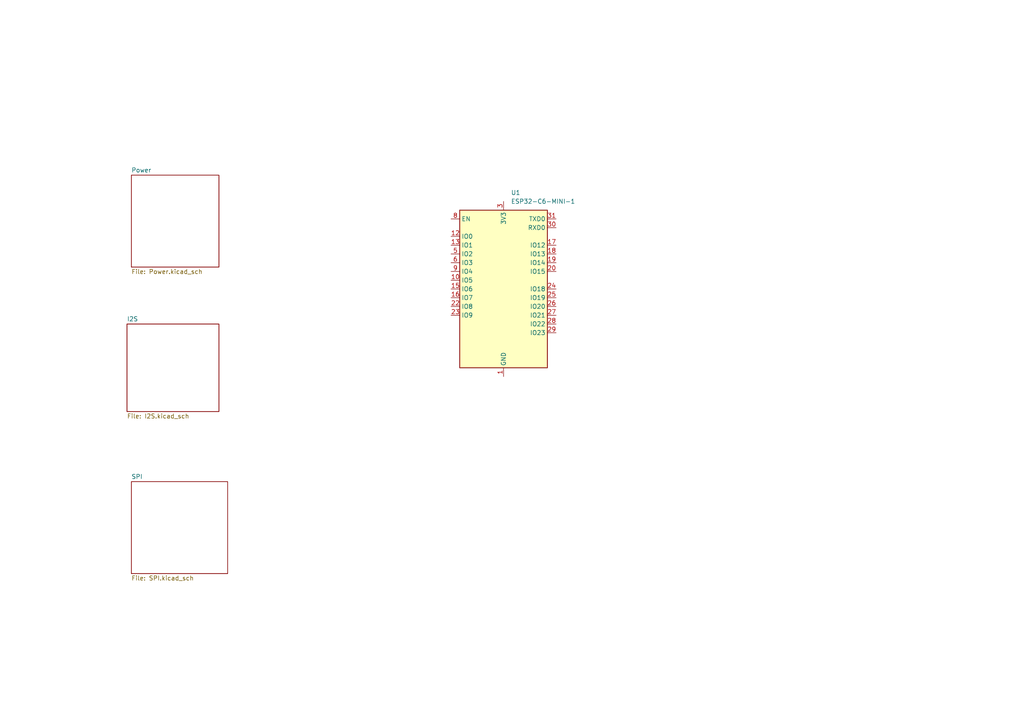
<source format=kicad_sch>
(kicad_sch (version 20250114) (generator "eeschema") (generator_version "9.0")
  (paper "A4")
  (lib_symbols
    (symbol "RF_Module:ESP32-C6-MINI-1"
      (property "Reference" "U" (at -11.43 24.13 0))
      (property "Value" "ESP32-C6-MINI-1" (at 12.7 24.13 0))
      (symbol "ESP32-C6-MINI-1_0_1"
        (rectangle (start -12.7 22.86) (end 12.7 -22.86) (stroke (width 0.254)) (fill (type background)))
      )
      (symbol "ESP32-C6-MINI-1_1_1"
        (pin input line (at -15.24 20.32 0) (length 2.54) (name "EN") (number "8"))
        (pin bidirectional line (at -15.24 15.24 0) (length 2.54) (name "IO0") (number "12"))
        (pin bidirectional line (at -15.24 12.7 0) (length 2.54) (name "IO1") (number "13"))
        (pin bidirectional line (at -15.24 10.16 0) (length 2.54) (name "IO2") (number "5"))
        (pin bidirectional line (at -15.24 7.62 0) (length 2.54) (name "IO3") (number "6"))
        (pin bidirectional line (at -15.24 5.08 0) (length 2.54) (name "IO4") (number "9"))
        (pin bidirectional line (at -15.24 2.54 0) (length 2.54) (name "IO5") (number "10"))
        (pin bidirectional line (at -15.24 0 0) (length 2.54) (name "IO6") (number "15"))
        (pin bidirectional line (at -15.24 -2.54 0) (length 2.54) (name "IO7") (number "16"))
        (pin bidirectional line (at -15.24 -5.08 0) (length 2.54) (name "IO8") (number "22"))
        (pin bidirectional line (at -15.24 -7.62 0) (length 2.54) (name "IO9") (number "23"))
        (pin no_connect line (at -12.7 -12.7 0) (length 2.54) (hide yes) (name "NC") (number "32"))
        (pin no_connect line (at -12.7 -15.24 0) (length 2.54) (hide yes) (name "NC") (number "33"))
        (pin no_connect line (at -12.7 -17.78 0) (length 2.54) (hide yes) (name "NC") (number "34"))
        (pin no_connect line (at -12.7 -20.32 0) (length 2.54) (hide yes) (name "NC") (number "35"))
        (pin power_in line (at 0 25.4 270) (length 2.54) (name "3V3") (number "3"))
        (pin power_in line (at 0 -25.4 90) (length 2.54) (name "GND") (number "1"))
        (pin passive line (at 0 -25.4 90) (length 2.54) (hide yes) (name "GND") (number "11"))
        (pin passive line (at 0 -25.4 90) (length 2.54) (hide yes) (name "GND") (number "14"))
        (pin passive line (at 0 -25.4 90) (length 2.54) (hide yes) (name "GND") (number "2"))
        (pin passive line (at 0 -25.4 90) (length 2.54) (hide yes) (name "GND") (number "36"))
        (pin passive line (at 0 -25.4 90) (length 2.54) (hide yes) (name "GND") (number "37"))
        (pin passive line (at 0 -25.4 90) (length 2.54) (hide yes) (name "GND") (number "38"))
        (pin passive line (at 0 -25.4 90) (length 2.54) (hide yes) (name "GND") (number "39"))
        (pin passive line (at 0 -25.4 90) (length 2.54) (hide yes) (name "GND") (number "40"))
        (pin passive line (at 0 -25.4 90) (length 2.54) (hide yes) (name "GND") (number "41"))
        (pin passive line (at 0 -25.4 90) (length 2.54) (hide yes) (name "GND") (number "42"))
        (pin passive line (at 0 -25.4 90) (length 2.54) (hide yes) (name "GND") (number "43"))
        (pin passive line (at 0 -25.4 90) (length 2.54) (hide yes) (name "GND") (number "44"))
        (pin passive line (at 0 -25.4 90) (length 2.54) (hide yes) (name "GND") (number "45"))
        (pin passive line (at 0 -25.4 90) (length 2.54) (hide yes) (name "GND") (number "46"))
        (pin passive line (at 0 -25.4 90) (length 2.54) (hide yes) (name "GND") (number "47"))
        (pin passive line (at 0 -25.4 90) (length 2.54) (hide yes) (name "GND") (number "48"))
        (pin passive line (at 0 -25.4 90) (length 2.54) (hide yes) (name "GND") (number "49"))
        (pin passive line (at 0 -25.4 90) (length 2.54) (hide yes) (name "GND") (number "50"))
        (pin passive line (at 0 -25.4 90) (length 2.54) (hide yes) (name "GND") (number "51"))
        (pin passive line (at 0 -25.4 90) (length 2.54) (hide yes) (name "GND") (number "52"))
        (pin passive line (at 0 -25.4 90) (length 2.54) (hide yes) (name "GND") (number "53"))
        (pin no_connect line (at 12.7 -15.24 180) (length 2.54) (hide yes) (name "NC") (number "4"))
        (pin no_connect line (at 12.7 -17.78 180) (length 2.54) (hide yes) (name "NC") (number "7"))
        (pin no_connect line (at 12.7 -20.32 180) (length 2.54) (hide yes) (name "NC") (number "21"))
        (pin bidirectional line (at 15.24 20.32 180) (length 2.54) (name "TXD0") (number "31"))
        (pin bidirectional line (at 15.24 17.78 180) (length 2.54) (name "RXD0") (number "30"))
        (pin bidirectional line (at 15.24 12.7 180) (length 2.54) (name "IO12") (number "17"))
        (pin bidirectional line (at 15.24 10.16 180) (length 2.54) (name "IO13") (number "18"))
        (pin bidirectional line (at 15.24 7.62 180) (length 2.54) (name "IO14") (number "19"))
        (pin bidirectional line (at 15.24 5.08 180) (length 2.54) (name "IO15") (number "20"))
        (pin bidirectional line (at 15.24 0 180) (length 2.54) (name "IO18") (number "24"))
        (pin bidirectional line (at 15.24 -2.54 180) (length 2.54) (name "IO19") (number "25"))
        (pin bidirectional line (at 15.24 -5.08 180) (length 2.54) (name "IO20") (number "26"))
        (pin bidirectional line (at 15.24 -7.62 180) (length 2.54) (name "IO21") (number "27"))
        (pin bidirectional line (at 15.24 -10.16 180) (length 2.54) (name "IO22") (number "28"))
        (pin bidirectional line (at 15.24 -12.7 180) (length 2.54) (name "IO23") (number "29"))
      )
    )
  )
  (symbol (lib_id "RF_Module:ESP32-C6-MINI-1") (at 146.05 83.82 0) (unit 1)
    (property "Reference" "U1" (at 148.1933 55.88 0) (effects (justify left)))
    (property "Value" "ESP32-C6-MINI-1" (at 148.1933 58.42 0) (effects (justify left)))
    (property "Footprint" "RF_Module:ESP32-C6-MINI-1" (effects (hide yes)))
    (property "Datasheet" "https://www.espressif.com/sites/default/files/documentation/esp32-c6-mini-1_mini-1u_datasheet_en.pdf" (effects (hide yes)))
    (property "Description" "RF Module, ESP32-C6 SoC, Wi-Fi 802.11b/g/n/ax, Bluetooth, BLE, Zigbee, Thread, 32-bit, 3.3V, SMD, onboard antenna" (effects (hide yes)))
  )
  (sheet (at 36.83 93.98) (size 26.67 25.4) (stroke (width 0.1524))
    (property "Sheetname" "I2S" (at 36.83 93.2684 0) (effects (justify left bottom)))
    (property "Sheetfile" "I2S.kicad_sch" (at 36.83 119.9646 0) (effects (justify left top)))
  )
  (sheet (at 38.1 50.8) (size 25.4 26.67) (stroke (width 0.1524))
    (property "Sheetname" "Power" (at 38.1 50.0884 0) (effects (justify left bottom)))
    (property "Sheetfile" "Power.kicad_sch" (at 38.1 78.0546 0) (effects (justify left top)))
  )
  (sheet (at 38.1 139.7) (size 27.94 26.67) (stroke (width 0.1524))
    (property "Sheetname" "SPI" (at 38.1 138.9884 0) (effects (justify left bottom)))
    (property "Sheetfile" "SPI.kicad_sch" (at 38.1 166.9546 0) (effects (justify left top)))
  )
)
</source>
